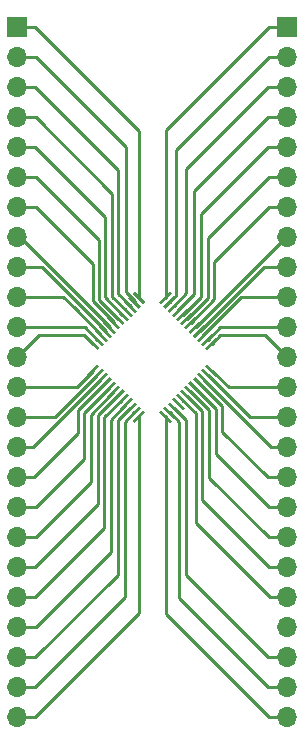
<source format=gbr>
G04 #@! TF.GenerationSoftware,KiCad,Pcbnew,(5.0.0-3-g5ebb6b6)*
G04 #@! TF.CreationDate,2018-07-29T14:18:39+10:00*
G04 #@! TF.ProjectId,ETE006-CM119B-Breatout,4554453030362D434D313139422D4272,1*
G04 #@! TF.SameCoordinates,Original*
G04 #@! TF.FileFunction,Copper,L1,Top,Signal*
G04 #@! TF.FilePolarity,Positive*
%FSLAX46Y46*%
G04 Gerber Fmt 4.6, Leading zero omitted, Abs format (unit mm)*
G04 Created by KiCad (PCBNEW (5.0.0-3-g5ebb6b6)) date Sunday, 29 July 2018 at 02:18:39 PM*
%MOMM*%
%LPD*%
G01*
G04 APERTURE LIST*
G04 #@! TA.AperFunction,ComponentPad*
%ADD10R,1.700000X1.700000*%
G04 #@! TD*
G04 #@! TA.AperFunction,ComponentPad*
%ADD11O,1.700000X1.700000*%
G04 #@! TD*
G04 #@! TA.AperFunction,SMDPad,CuDef*
%ADD12C,0.250000*%
G04 #@! TD*
G04 #@! TA.AperFunction,Conductor*
%ADD13C,0.100000*%
G04 #@! TD*
G04 #@! TA.AperFunction,Conductor*
%ADD14C,0.250000*%
G04 #@! TD*
G04 APERTURE END LIST*
D10*
G04 #@! TO.P,J1,1*
G04 #@! TO.N,SPDIFO*
X117933224Y-82578949D03*
D11*
G04 #@! TO.P,J1,2*
G04 #@! TO.N,D_IN*
X117933224Y-85118949D03*
G04 #@! TO.P,J1,3*
G04 #@! TO.N,D_OUT*
X117933224Y-87658949D03*
G04 #@! TO.P,J1,4*
G04 #@! TO.N,SK*
X117933224Y-90198949D03*
G04 #@! TO.P,J1,5*
G04 #@! TO.N,~CS*
X117933224Y-92738949D03*
G04 #@! TO.P,J1,6*
G04 #@! TO.N,MUTE_REC*
X117933224Y-95278949D03*
G04 #@! TO.P,J1,7*
G04 #@! TO.N,PWRSEL*
X117933224Y-97818949D03*
G04 #@! TO.P,J1,8*
G04 #@! TO.N,DREG18*
X117933224Y-100358949D03*
G04 #@! TO.P,J1,9*
G04 #@! TO.N,DREG33*
X117933224Y-102898949D03*
G04 #@! TO.P,J1,10*
G04 #@! TO.N,MODE*
X117933224Y-105438949D03*
G04 #@! TO.P,J1,11*
G04 #@! TO.N,GPIO2*
X117933224Y-107978949D03*
G04 #@! TO.P,J1,12*
G04 #@! TO.N,LED_O*
X117933224Y-110518949D03*
G04 #@! TO.P,J1,13*
G04 #@! TO.N,GPIO3*
X117933224Y-113058949D03*
G04 #@! TO.P,J1,14*
G04 #@! TO.N,DVSS_1*
X117933224Y-115598949D03*
G04 #@! TO.P,J1,15*
G04 #@! TO.N,GPIO4*
X117933224Y-118138949D03*
G04 #@! TO.P,J1,16*
G04 #@! TO.N,GPIO5*
X117933224Y-120678949D03*
G04 #@! TO.P,J1,17*
G04 #@! TO.N,GPIO6*
X117933224Y-123218949D03*
G04 #@! TO.P,J1,18*
G04 #@! TO.N,MUTE_PLAY*
X117933224Y-125758949D03*
G04 #@! TO.P,J1,19*
G04 #@! TO.N,BUZZ*
X117933224Y-128298949D03*
G04 #@! TO.P,J1,20*
G04 #@! TO.N,GPIO7*
X117933224Y-130838949D03*
G04 #@! TO.P,J1,21*
G04 #@! TO.N,LED_R*
X117933224Y-133378949D03*
G04 #@! TO.P,J1,22*
G04 #@! TO.N,GPIO8*
X117933224Y-135918949D03*
G04 #@! TO.P,J1,23*
G04 #@! TO.N,TEST*
X117933224Y-138458949D03*
G04 #@! TO.P,J1,24*
G04 #@! TO.N,AVSS_1*
X117933224Y-140998949D03*
G04 #@! TD*
G04 #@! TO.P,J2,24*
G04 #@! TO.N,VBIAS*
X140793224Y-140998949D03*
G04 #@! TO.P,J2,23*
G04 #@! TO.N,VREF*
X140793224Y-138458949D03*
G04 #@! TO.P,J2,22*
G04 #@! TO.N,MIC_IN*
X140793224Y-135918949D03*
G04 #@! TO.P,J2,21*
G04 #@! TO.N,Net-(J2-Pad21)*
X140793224Y-133378949D03*
G04 #@! TO.P,J2,20*
G04 #@! TO.N,AVDD_2*
X140793224Y-130838949D03*
G04 #@! TO.P,J2,19*
G04 #@! TO.N,LO_LEFT*
X140793224Y-128298949D03*
G04 #@! TO.P,J2,18*
G04 #@! TO.N,LO_BIAS*
X140793224Y-125758949D03*
G04 #@! TO.P,J2,17*
G04 #@! TO.N,LO_RIGHT*
X140793224Y-123218949D03*
G04 #@! TO.P,J2,16*
G04 #@! TO.N,AVSS_2*
X140793224Y-120678949D03*
G04 #@! TO.P,J2,15*
G04 #@! TO.N,AVDD_1*
X140793224Y-118138949D03*
G04 #@! TO.P,J2,14*
G04 #@! TO.N,DVDD*
X140793224Y-115598949D03*
G04 #@! TO.P,J2,13*
G04 #@! TO.N,DVSS_2*
X140793224Y-113058949D03*
G04 #@! TO.P,J2,12*
G04 #@! TO.N,AREG36*
X140793224Y-110518949D03*
G04 #@! TO.P,J2,11*
G04 #@! TO.N,MSEL*
X140793224Y-107978949D03*
G04 #@! TO.P,J2,10*
G04 #@! TO.N,VOL_UP*
X140793224Y-105438949D03*
G04 #@! TO.P,J2,9*
G04 #@! TO.N,PDSW*
X140793224Y-102898949D03*
G04 #@! TO.P,J2,8*
G04 #@! TO.N,USB_D+*
X140793224Y-100358949D03*
G04 #@! TO.P,J2,7*
G04 #@! TO.N,USB_D-*
X140793224Y-97818949D03*
G04 #@! TO.P,J2,6*
G04 #@! TO.N,GPIO1*
X140793224Y-95278949D03*
G04 #@! TO.P,J2,5*
G04 #@! TO.N,SCLK*
X140793224Y-92738949D03*
G04 #@! TO.P,J2,4*
G04 #@! TO.N,MINT*
X140793224Y-90198949D03*
G04 #@! TO.P,J2,3*
G04 #@! TO.N,SDAT*
X140793224Y-87658949D03*
G04 #@! TO.P,J2,2*
G04 #@! TO.N,MCLK*
X140793224Y-85118949D03*
D10*
G04 #@! TO.P,J2,1*
G04 #@! TO.N,VOL_DN*
X140793224Y-82578949D03*
G04 #@! TD*
D12*
G04 #@! TO.P,U1,1*
G04 #@! TO.N,SPDIFO*
X128231853Y-105498491D03*
D13*
G04 #@! TD*
G04 #@! TO.N,SPDIFO*
G04 #@! TO.C,U1*
G36*
X127683845Y-105127260D02*
X127860622Y-104950483D01*
X128779861Y-105869722D01*
X128603084Y-106046499D01*
X127683845Y-105127260D01*
X127683845Y-105127260D01*
G37*
D12*
G04 #@! TO.P,U1,2*
G04 #@! TO.N,D_IN*
X127878300Y-105852044D03*
D13*
G04 #@! TD*
G04 #@! TO.N,D_IN*
G04 #@! TO.C,U1*
G36*
X127330292Y-105480813D02*
X127507069Y-105304036D01*
X128426308Y-106223275D01*
X128249531Y-106400052D01*
X127330292Y-105480813D01*
X127330292Y-105480813D01*
G37*
D12*
G04 #@! TO.P,U1,3*
G04 #@! TO.N,D_OUT*
X127524746Y-106205598D03*
D13*
G04 #@! TD*
G04 #@! TO.N,D_OUT*
G04 #@! TO.C,U1*
G36*
X126976738Y-105834367D02*
X127153515Y-105657590D01*
X128072754Y-106576829D01*
X127895977Y-106753606D01*
X126976738Y-105834367D01*
X126976738Y-105834367D01*
G37*
D12*
G04 #@! TO.P,U1,4*
G04 #@! TO.N,SK*
X127171193Y-106559151D03*
D13*
G04 #@! TD*
G04 #@! TO.N,SK*
G04 #@! TO.C,U1*
G36*
X126623185Y-106187920D02*
X126799962Y-106011143D01*
X127719201Y-106930382D01*
X127542424Y-107107159D01*
X126623185Y-106187920D01*
X126623185Y-106187920D01*
G37*
D12*
G04 #@! TO.P,U1,5*
G04 #@! TO.N,~CS*
X126817640Y-106912704D03*
D13*
G04 #@! TD*
G04 #@! TO.N,~CS*
G04 #@! TO.C,U1*
G36*
X126269632Y-106541473D02*
X126446409Y-106364696D01*
X127365648Y-107283935D01*
X127188871Y-107460712D01*
X126269632Y-106541473D01*
X126269632Y-106541473D01*
G37*
D12*
G04 #@! TO.P,U1,6*
G04 #@! TO.N,MUTE_REC*
X126464086Y-107266258D03*
D13*
G04 #@! TD*
G04 #@! TO.N,MUTE_REC*
G04 #@! TO.C,U1*
G36*
X125916078Y-106895027D02*
X126092855Y-106718250D01*
X127012094Y-107637489D01*
X126835317Y-107814266D01*
X125916078Y-106895027D01*
X125916078Y-106895027D01*
G37*
D12*
G04 #@! TO.P,U1,7*
G04 #@! TO.N,PWRSEL*
X126110533Y-107619811D03*
D13*
G04 #@! TD*
G04 #@! TO.N,PWRSEL*
G04 #@! TO.C,U1*
G36*
X125562525Y-107248580D02*
X125739302Y-107071803D01*
X126658541Y-107991042D01*
X126481764Y-108167819D01*
X125562525Y-107248580D01*
X125562525Y-107248580D01*
G37*
D12*
G04 #@! TO.P,U1,8*
G04 #@! TO.N,DREG18*
X125756979Y-107973365D03*
D13*
G04 #@! TD*
G04 #@! TO.N,DREG18*
G04 #@! TO.C,U1*
G36*
X125208971Y-107602134D02*
X125385748Y-107425357D01*
X126304987Y-108344596D01*
X126128210Y-108521373D01*
X125208971Y-107602134D01*
X125208971Y-107602134D01*
G37*
D12*
G04 #@! TO.P,U1,9*
G04 #@! TO.N,DREG33*
X125403426Y-108326918D03*
D13*
G04 #@! TD*
G04 #@! TO.N,DREG33*
G04 #@! TO.C,U1*
G36*
X124855418Y-107955687D02*
X125032195Y-107778910D01*
X125951434Y-108698149D01*
X125774657Y-108874926D01*
X124855418Y-107955687D01*
X124855418Y-107955687D01*
G37*
D12*
G04 #@! TO.P,U1,10*
G04 #@! TO.N,MODE*
X125049873Y-108680471D03*
D13*
G04 #@! TD*
G04 #@! TO.N,MODE*
G04 #@! TO.C,U1*
G36*
X124501865Y-108309240D02*
X124678642Y-108132463D01*
X125597881Y-109051702D01*
X125421104Y-109228479D01*
X124501865Y-108309240D01*
X124501865Y-108309240D01*
G37*
D12*
G04 #@! TO.P,U1,11*
G04 #@! TO.N,GPIO2*
X124696319Y-109034025D03*
D13*
G04 #@! TD*
G04 #@! TO.N,GPIO2*
G04 #@! TO.C,U1*
G36*
X124148311Y-108662794D02*
X124325088Y-108486017D01*
X125244327Y-109405256D01*
X125067550Y-109582033D01*
X124148311Y-108662794D01*
X124148311Y-108662794D01*
G37*
D12*
G04 #@! TO.P,U1,12*
G04 #@! TO.N,LED_O*
X124342766Y-109387578D03*
D13*
G04 #@! TD*
G04 #@! TO.N,LED_O*
G04 #@! TO.C,U1*
G36*
X123794758Y-109016347D02*
X123971535Y-108839570D01*
X124890774Y-109758809D01*
X124713997Y-109935586D01*
X123794758Y-109016347D01*
X123794758Y-109016347D01*
G37*
D12*
G04 #@! TO.P,U1,13*
G04 #@! TO.N,GPIO3*
X124342766Y-111650320D03*
D13*
G04 #@! TD*
G04 #@! TO.N,GPIO3*
G04 #@! TO.C,U1*
G36*
X123971535Y-112198328D02*
X123794758Y-112021551D01*
X124713997Y-111102312D01*
X124890774Y-111279089D01*
X123971535Y-112198328D01*
X123971535Y-112198328D01*
G37*
D12*
G04 #@! TO.P,U1,14*
G04 #@! TO.N,DVSS_1*
X124696319Y-112003873D03*
D13*
G04 #@! TD*
G04 #@! TO.N,DVSS_1*
G04 #@! TO.C,U1*
G36*
X124325088Y-112551881D02*
X124148311Y-112375104D01*
X125067550Y-111455865D01*
X125244327Y-111632642D01*
X124325088Y-112551881D01*
X124325088Y-112551881D01*
G37*
D12*
G04 #@! TO.P,U1,15*
G04 #@! TO.N,GPIO4*
X125049873Y-112357427D03*
D13*
G04 #@! TD*
G04 #@! TO.N,GPIO4*
G04 #@! TO.C,U1*
G36*
X124678642Y-112905435D02*
X124501865Y-112728658D01*
X125421104Y-111809419D01*
X125597881Y-111986196D01*
X124678642Y-112905435D01*
X124678642Y-112905435D01*
G37*
D12*
G04 #@! TO.P,U1,16*
G04 #@! TO.N,GPIO5*
X125403426Y-112710980D03*
D13*
G04 #@! TD*
G04 #@! TO.N,GPIO5*
G04 #@! TO.C,U1*
G36*
X125032195Y-113258988D02*
X124855418Y-113082211D01*
X125774657Y-112162972D01*
X125951434Y-112339749D01*
X125032195Y-113258988D01*
X125032195Y-113258988D01*
G37*
D12*
G04 #@! TO.P,U1,17*
G04 #@! TO.N,GPIO6*
X125756979Y-113064533D03*
D13*
G04 #@! TD*
G04 #@! TO.N,GPIO6*
G04 #@! TO.C,U1*
G36*
X125385748Y-113612541D02*
X125208971Y-113435764D01*
X126128210Y-112516525D01*
X126304987Y-112693302D01*
X125385748Y-113612541D01*
X125385748Y-113612541D01*
G37*
D12*
G04 #@! TO.P,U1,18*
G04 #@! TO.N,MUTE_PLAY*
X126110533Y-113418087D03*
D13*
G04 #@! TD*
G04 #@! TO.N,MUTE_PLAY*
G04 #@! TO.C,U1*
G36*
X125739302Y-113966095D02*
X125562525Y-113789318D01*
X126481764Y-112870079D01*
X126658541Y-113046856D01*
X125739302Y-113966095D01*
X125739302Y-113966095D01*
G37*
D12*
G04 #@! TO.P,U1,19*
G04 #@! TO.N,BUZZ*
X126464086Y-113771640D03*
D13*
G04 #@! TD*
G04 #@! TO.N,BUZZ*
G04 #@! TO.C,U1*
G36*
X126092855Y-114319648D02*
X125916078Y-114142871D01*
X126835317Y-113223632D01*
X127012094Y-113400409D01*
X126092855Y-114319648D01*
X126092855Y-114319648D01*
G37*
D12*
G04 #@! TO.P,U1,20*
G04 #@! TO.N,GPIO7*
X126817640Y-114125194D03*
D13*
G04 #@! TD*
G04 #@! TO.N,GPIO7*
G04 #@! TO.C,U1*
G36*
X126446409Y-114673202D02*
X126269632Y-114496425D01*
X127188871Y-113577186D01*
X127365648Y-113753963D01*
X126446409Y-114673202D01*
X126446409Y-114673202D01*
G37*
D12*
G04 #@! TO.P,U1,21*
G04 #@! TO.N,LED_R*
X127171193Y-114478747D03*
D13*
G04 #@! TD*
G04 #@! TO.N,LED_R*
G04 #@! TO.C,U1*
G36*
X126799962Y-115026755D02*
X126623185Y-114849978D01*
X127542424Y-113930739D01*
X127719201Y-114107516D01*
X126799962Y-115026755D01*
X126799962Y-115026755D01*
G37*
D12*
G04 #@! TO.P,U1,22*
G04 #@! TO.N,GPIO8*
X127524746Y-114832300D03*
D13*
G04 #@! TD*
G04 #@! TO.N,GPIO8*
G04 #@! TO.C,U1*
G36*
X127153515Y-115380308D02*
X126976738Y-115203531D01*
X127895977Y-114284292D01*
X128072754Y-114461069D01*
X127153515Y-115380308D01*
X127153515Y-115380308D01*
G37*
D12*
G04 #@! TO.P,U1,23*
G04 #@! TO.N,TEST*
X127878300Y-115185854D03*
D13*
G04 #@! TD*
G04 #@! TO.N,TEST*
G04 #@! TO.C,U1*
G36*
X127507069Y-115733862D02*
X127330292Y-115557085D01*
X128249531Y-114637846D01*
X128426308Y-114814623D01*
X127507069Y-115733862D01*
X127507069Y-115733862D01*
G37*
D12*
G04 #@! TO.P,U1,24*
G04 #@! TO.N,AVSS_1*
X128231853Y-115539407D03*
D13*
G04 #@! TD*
G04 #@! TO.N,AVSS_1*
G04 #@! TO.C,U1*
G36*
X127860622Y-116087415D02*
X127683845Y-115910638D01*
X128603084Y-114991399D01*
X128779861Y-115168176D01*
X127860622Y-116087415D01*
X127860622Y-116087415D01*
G37*
D12*
G04 #@! TO.P,U1,25*
G04 #@! TO.N,VBIAS*
X130494595Y-115539407D03*
D13*
G04 #@! TD*
G04 #@! TO.N,VBIAS*
G04 #@! TO.C,U1*
G36*
X129946587Y-115168176D02*
X130123364Y-114991399D01*
X131042603Y-115910638D01*
X130865826Y-116087415D01*
X129946587Y-115168176D01*
X129946587Y-115168176D01*
G37*
D12*
G04 #@! TO.P,U1,26*
G04 #@! TO.N,VREF*
X130848148Y-115185854D03*
D13*
G04 #@! TD*
G04 #@! TO.N,VREF*
G04 #@! TO.C,U1*
G36*
X130300140Y-114814623D02*
X130476917Y-114637846D01*
X131396156Y-115557085D01*
X131219379Y-115733862D01*
X130300140Y-114814623D01*
X130300140Y-114814623D01*
G37*
D12*
G04 #@! TO.P,U1,27*
G04 #@! TO.N,MIC_IN*
X131201702Y-114832300D03*
D13*
G04 #@! TD*
G04 #@! TO.N,MIC_IN*
G04 #@! TO.C,U1*
G36*
X130653694Y-114461069D02*
X130830471Y-114284292D01*
X131749710Y-115203531D01*
X131572933Y-115380308D01*
X130653694Y-114461069D01*
X130653694Y-114461069D01*
G37*
D12*
G04 #@! TO.P,U1,28*
G04 #@! TO.N,Net-(U1-Pad28)*
X131555255Y-114478747D03*
D13*
G04 #@! TD*
G04 #@! TO.N,Net-(U1-Pad28)*
G04 #@! TO.C,U1*
G36*
X131007247Y-114107516D02*
X131184024Y-113930739D01*
X132103263Y-114849978D01*
X131926486Y-115026755D01*
X131007247Y-114107516D01*
X131007247Y-114107516D01*
G37*
D12*
G04 #@! TO.P,U1,29*
G04 #@! TO.N,AVDD_2*
X131908808Y-114125194D03*
D13*
G04 #@! TD*
G04 #@! TO.N,AVDD_2*
G04 #@! TO.C,U1*
G36*
X131360800Y-113753963D02*
X131537577Y-113577186D01*
X132456816Y-114496425D01*
X132280039Y-114673202D01*
X131360800Y-113753963D01*
X131360800Y-113753963D01*
G37*
D12*
G04 #@! TO.P,U1,30*
G04 #@! TO.N,LO_LEFT*
X132262362Y-113771640D03*
D13*
G04 #@! TD*
G04 #@! TO.N,LO_LEFT*
G04 #@! TO.C,U1*
G36*
X131714354Y-113400409D02*
X131891131Y-113223632D01*
X132810370Y-114142871D01*
X132633593Y-114319648D01*
X131714354Y-113400409D01*
X131714354Y-113400409D01*
G37*
D12*
G04 #@! TO.P,U1,31*
G04 #@! TO.N,LO_BIAS*
X132615915Y-113418087D03*
D13*
G04 #@! TD*
G04 #@! TO.N,LO_BIAS*
G04 #@! TO.C,U1*
G36*
X132067907Y-113046856D02*
X132244684Y-112870079D01*
X133163923Y-113789318D01*
X132987146Y-113966095D01*
X132067907Y-113046856D01*
X132067907Y-113046856D01*
G37*
D12*
G04 #@! TO.P,U1,32*
G04 #@! TO.N,LO_RIGHT*
X132969469Y-113064533D03*
D13*
G04 #@! TD*
G04 #@! TO.N,LO_RIGHT*
G04 #@! TO.C,U1*
G36*
X132421461Y-112693302D02*
X132598238Y-112516525D01*
X133517477Y-113435764D01*
X133340700Y-113612541D01*
X132421461Y-112693302D01*
X132421461Y-112693302D01*
G37*
D12*
G04 #@! TO.P,U1,33*
G04 #@! TO.N,AVSS_2*
X133323022Y-112710980D03*
D13*
G04 #@! TD*
G04 #@! TO.N,AVSS_2*
G04 #@! TO.C,U1*
G36*
X132775014Y-112339749D02*
X132951791Y-112162972D01*
X133871030Y-113082211D01*
X133694253Y-113258988D01*
X132775014Y-112339749D01*
X132775014Y-112339749D01*
G37*
D12*
G04 #@! TO.P,U1,34*
G04 #@! TO.N,AVDD_1*
X133676575Y-112357427D03*
D13*
G04 #@! TD*
G04 #@! TO.N,AVDD_1*
G04 #@! TO.C,U1*
G36*
X133128567Y-111986196D02*
X133305344Y-111809419D01*
X134224583Y-112728658D01*
X134047806Y-112905435D01*
X133128567Y-111986196D01*
X133128567Y-111986196D01*
G37*
D12*
G04 #@! TO.P,U1,35*
G04 #@! TO.N,DVDD*
X134030129Y-112003873D03*
D13*
G04 #@! TD*
G04 #@! TO.N,DVDD*
G04 #@! TO.C,U1*
G36*
X133482121Y-111632642D02*
X133658898Y-111455865D01*
X134578137Y-112375104D01*
X134401360Y-112551881D01*
X133482121Y-111632642D01*
X133482121Y-111632642D01*
G37*
D12*
G04 #@! TO.P,U1,36*
G04 #@! TO.N,DVSS_2*
X134383682Y-111650320D03*
D13*
G04 #@! TD*
G04 #@! TO.N,DVSS_2*
G04 #@! TO.C,U1*
G36*
X133835674Y-111279089D02*
X134012451Y-111102312D01*
X134931690Y-112021551D01*
X134754913Y-112198328D01*
X133835674Y-111279089D01*
X133835674Y-111279089D01*
G37*
D12*
G04 #@! TO.P,U1,37*
G04 #@! TO.N,AREG36*
X134383682Y-109387578D03*
D13*
G04 #@! TD*
G04 #@! TO.N,AREG36*
G04 #@! TO.C,U1*
G36*
X134012451Y-109935586D02*
X133835674Y-109758809D01*
X134754913Y-108839570D01*
X134931690Y-109016347D01*
X134012451Y-109935586D01*
X134012451Y-109935586D01*
G37*
D12*
G04 #@! TO.P,U1,38*
G04 #@! TO.N,MSEL*
X134030129Y-109034025D03*
D13*
G04 #@! TD*
G04 #@! TO.N,MSEL*
G04 #@! TO.C,U1*
G36*
X133658898Y-109582033D02*
X133482121Y-109405256D01*
X134401360Y-108486017D01*
X134578137Y-108662794D01*
X133658898Y-109582033D01*
X133658898Y-109582033D01*
G37*
D12*
G04 #@! TO.P,U1,39*
G04 #@! TO.N,VOL_UP*
X133676575Y-108680471D03*
D13*
G04 #@! TD*
G04 #@! TO.N,VOL_UP*
G04 #@! TO.C,U1*
G36*
X133305344Y-109228479D02*
X133128567Y-109051702D01*
X134047806Y-108132463D01*
X134224583Y-108309240D01*
X133305344Y-109228479D01*
X133305344Y-109228479D01*
G37*
D12*
G04 #@! TO.P,U1,40*
G04 #@! TO.N,PDSW*
X133323022Y-108326918D03*
D13*
G04 #@! TD*
G04 #@! TO.N,PDSW*
G04 #@! TO.C,U1*
G36*
X132951791Y-108874926D02*
X132775014Y-108698149D01*
X133694253Y-107778910D01*
X133871030Y-107955687D01*
X132951791Y-108874926D01*
X132951791Y-108874926D01*
G37*
D12*
G04 #@! TO.P,U1,41*
G04 #@! TO.N,USB_D+*
X132969469Y-107973365D03*
D13*
G04 #@! TD*
G04 #@! TO.N,USB_D+*
G04 #@! TO.C,U1*
G36*
X132598238Y-108521373D02*
X132421461Y-108344596D01*
X133340700Y-107425357D01*
X133517477Y-107602134D01*
X132598238Y-108521373D01*
X132598238Y-108521373D01*
G37*
D12*
G04 #@! TO.P,U1,42*
G04 #@! TO.N,USB_D-*
X132615915Y-107619811D03*
D13*
G04 #@! TD*
G04 #@! TO.N,USB_D-*
G04 #@! TO.C,U1*
G36*
X132244684Y-108167819D02*
X132067907Y-107991042D01*
X132987146Y-107071803D01*
X133163923Y-107248580D01*
X132244684Y-108167819D01*
X132244684Y-108167819D01*
G37*
D12*
G04 #@! TO.P,U1,43*
G04 #@! TO.N,GPIO1*
X132262362Y-107266258D03*
D13*
G04 #@! TD*
G04 #@! TO.N,GPIO1*
G04 #@! TO.C,U1*
G36*
X131891131Y-107814266D02*
X131714354Y-107637489D01*
X132633593Y-106718250D01*
X132810370Y-106895027D01*
X131891131Y-107814266D01*
X131891131Y-107814266D01*
G37*
D12*
G04 #@! TO.P,U1,44*
G04 #@! TO.N,SCLK*
X131908808Y-106912704D03*
D13*
G04 #@! TD*
G04 #@! TO.N,SCLK*
G04 #@! TO.C,U1*
G36*
X131537577Y-107460712D02*
X131360800Y-107283935D01*
X132280039Y-106364696D01*
X132456816Y-106541473D01*
X131537577Y-107460712D01*
X131537577Y-107460712D01*
G37*
D12*
G04 #@! TO.P,U1,45*
G04 #@! TO.N,MINT*
X131555255Y-106559151D03*
D13*
G04 #@! TD*
G04 #@! TO.N,MINT*
G04 #@! TO.C,U1*
G36*
X131184024Y-107107159D02*
X131007247Y-106930382D01*
X131926486Y-106011143D01*
X132103263Y-106187920D01*
X131184024Y-107107159D01*
X131184024Y-107107159D01*
G37*
D12*
G04 #@! TO.P,U1,46*
G04 #@! TO.N,SDAT*
X131201702Y-106205598D03*
D13*
G04 #@! TD*
G04 #@! TO.N,SDAT*
G04 #@! TO.C,U1*
G36*
X130830471Y-106753606D02*
X130653694Y-106576829D01*
X131572933Y-105657590D01*
X131749710Y-105834367D01*
X130830471Y-106753606D01*
X130830471Y-106753606D01*
G37*
D12*
G04 #@! TO.P,U1,47*
G04 #@! TO.N,MCLK*
X130848148Y-105852044D03*
D13*
G04 #@! TD*
G04 #@! TO.N,MCLK*
G04 #@! TO.C,U1*
G36*
X130476917Y-106400052D02*
X130300140Y-106223275D01*
X131219379Y-105304036D01*
X131396156Y-105480813D01*
X130476917Y-106400052D01*
X130476917Y-106400052D01*
G37*
D12*
G04 #@! TO.P,U1,48*
G04 #@! TO.N,VOL_DN*
X130494595Y-105498491D03*
D13*
G04 #@! TD*
G04 #@! TO.N,VOL_DN*
G04 #@! TO.C,U1*
G36*
X130123364Y-106046499D02*
X129946587Y-105869722D01*
X130865826Y-104950483D01*
X131042603Y-105127260D01*
X130123364Y-106046499D01*
X130123364Y-106046499D01*
G37*
D14*
G04 #@! TO.N,SPDIFO*
X119431849Y-82578949D02*
X117933224Y-82578949D01*
X128231853Y-91378953D02*
X119431849Y-82578949D01*
X128231853Y-105498491D02*
X128231853Y-91378953D01*
G04 #@! TO.N,D_IN*
X119480109Y-85118949D02*
X117933224Y-85118949D01*
X127112020Y-92750860D02*
X119480109Y-85118949D01*
X127112020Y-105029220D02*
X127112020Y-92750860D01*
X127878300Y-105795500D02*
X127112020Y-105029220D01*
X127878300Y-105852044D02*
X127878300Y-105795500D01*
G04 #@! TO.N,D_OUT*
X119449629Y-87658949D02*
X117933224Y-87658949D01*
X126499880Y-94709200D02*
X119449629Y-87658949D01*
X127524746Y-106196326D02*
X126499880Y-105171460D01*
X126499880Y-105171460D02*
X126499880Y-94709200D01*
X127524746Y-106205598D02*
X127524746Y-106196326D01*
G04 #@! TO.N,SK*
X117950215Y-90215940D02*
X117933224Y-90198949D01*
X119481860Y-90215940D02*
X117950215Y-90215940D01*
X125981720Y-96715800D02*
X119481860Y-90215940D01*
X125981720Y-105405140D02*
X125981720Y-96715800D01*
X127135731Y-106559151D02*
X125981720Y-105405140D01*
X127171193Y-106559151D02*
X127135731Y-106559151D01*
G04 #@! TO.N,~CS*
X119439469Y-92738949D02*
X117933224Y-92738949D01*
X125369580Y-98669060D02*
X119439469Y-92738949D01*
X126817640Y-106904000D02*
X125369580Y-105455940D01*
X125369580Y-105455940D02*
X125369580Y-98669060D01*
X126817640Y-106912704D02*
X126817640Y-106904000D01*
G04 #@! TO.N,MUTE_REC*
X119530909Y-95278949D02*
X117933224Y-95278949D01*
X124851420Y-100599460D02*
X119530909Y-95278949D01*
X124851420Y-105641360D02*
X124851420Y-100599460D01*
X126464086Y-107254026D02*
X124851420Y-105641360D01*
X126464086Y-107266258D02*
X126464086Y-107254026D01*
G04 #@! TO.N,PWRSEL*
X119523289Y-97818949D02*
X117933224Y-97818949D01*
X124333260Y-102628920D02*
X119523289Y-97818949D01*
X124333260Y-105786140D02*
X124333260Y-102628920D01*
X126110533Y-107563413D02*
X124333260Y-105786140D01*
X126110533Y-107619811D02*
X126110533Y-107563413D01*
G04 #@! TO.N,DREG18*
X118154229Y-100358949D02*
X117933224Y-100358949D01*
X125756979Y-107961699D02*
X118154229Y-100358949D01*
X125756979Y-107973365D02*
X125756979Y-107961699D01*
G04 #@! TO.N,DREG33*
X119990649Y-102898949D02*
X117933224Y-102898949D01*
X125403426Y-108311726D02*
X119990649Y-102898949D01*
X125403426Y-108326918D02*
X125403426Y-108311726D01*
G04 #@! TO.N,MODE*
X121829609Y-105438949D02*
X117933224Y-105438949D01*
X122778780Y-106388120D02*
X121829609Y-105438949D01*
X125049873Y-108661753D02*
X122778780Y-106390660D01*
X122778780Y-106390660D02*
X122778780Y-106388120D01*
X125049873Y-108680471D02*
X125049873Y-108661753D01*
G04 #@! TO.N,GPIO2*
X124696319Y-109034025D02*
X124683005Y-109034025D01*
X123627929Y-107978949D02*
X117933224Y-107978949D01*
X124683005Y-109034025D02*
X123627929Y-107978949D01*
G04 #@! TO.N,LED_O*
X119803453Y-108648720D02*
X117933224Y-110518949D01*
X123603908Y-108648720D02*
X119803453Y-108648720D01*
X124342766Y-109387578D02*
X123603908Y-108648720D01*
G04 #@! TO.N,GPIO3*
X117934013Y-113058160D02*
X117933224Y-113058949D01*
X122994680Y-113058160D02*
X117934013Y-113058160D01*
X124342766Y-111710074D02*
X122994680Y-113058160D01*
X124342766Y-111650320D02*
X124342766Y-111710074D01*
G04 #@! TO.N,DVSS_1*
X121126991Y-115598949D02*
X117933224Y-115598949D01*
X123164860Y-113561080D02*
X121126991Y-115598949D01*
X123164860Y-113530600D02*
X123164860Y-113561080D01*
X124691587Y-112003873D02*
X123164860Y-113530600D01*
X124696319Y-112003873D02*
X124691587Y-112003873D01*
G04 #@! TO.N,GPIO4*
X125049873Y-112357427D02*
X125049873Y-112361867D01*
X119272791Y-118138949D02*
X117933224Y-118138949D01*
X125049873Y-112361867D02*
X119272791Y-118138949D01*
G04 #@! TO.N,GPIO5*
X119371851Y-120678949D02*
X117933224Y-120678949D01*
X123098820Y-116951980D02*
X119371851Y-120678949D01*
X123098820Y-114978400D02*
X123098820Y-116951980D01*
X125366240Y-112710980D02*
X123098820Y-114978400D01*
X125403426Y-112710980D02*
X125366240Y-112710980D01*
G04 #@! TO.N,GPIO6*
X119536951Y-123218949D02*
X117933224Y-123218949D01*
X123591580Y-119164320D02*
X119536951Y-123218949D01*
X123591580Y-115229860D02*
X123591580Y-119164320D01*
X125756907Y-113064533D02*
X123591580Y-115229860D01*
X125756979Y-113064533D02*
X125756907Y-113064533D01*
G04 #@! TO.N,MUTE_PLAY*
X119491231Y-125758949D02*
X117933224Y-125758949D01*
X124132600Y-121117580D02*
X119491231Y-125758949D01*
X124132600Y-115379720D02*
X124132600Y-121117580D01*
X126094233Y-113418087D02*
X124132600Y-115379720D01*
X126110533Y-113418087D02*
X126094233Y-113418087D01*
G04 #@! TO.N,BUZZ*
X124795540Y-122954000D02*
X119450591Y-128298949D01*
X124795540Y-115387340D02*
X124795540Y-122954000D01*
X126411240Y-113771640D02*
X124795540Y-115387340D01*
X119450591Y-128298949D02*
X117933224Y-128298949D01*
X126464086Y-113771640D02*
X126411240Y-113771640D01*
G04 #@! TO.N,GPIO7*
X119448051Y-130838949D02*
X117933224Y-130838949D01*
X125295920Y-115595620D02*
X125295920Y-124991080D01*
X125295920Y-124991080D02*
X119448051Y-130838949D01*
X126766346Y-114125194D02*
X125295920Y-115595620D01*
X126817640Y-114125194D02*
X126766346Y-114125194D01*
G04 #@! TO.N,LED_R*
X125836940Y-115798820D02*
X125836940Y-127028160D01*
X127157013Y-114478747D02*
X125836940Y-115798820D01*
X119486151Y-133378949D02*
X117933224Y-133378949D01*
X125836940Y-127028160D02*
X119486151Y-133378949D01*
X127171193Y-114478747D02*
X127157013Y-114478747D01*
G04 #@! TO.N,GPIO8*
X119445511Y-135918949D02*
X117933224Y-135918949D01*
X126446611Y-128917849D02*
X119445511Y-135918949D01*
X126446611Y-115862249D02*
X126446611Y-128917849D01*
X127476560Y-114832300D02*
X126446611Y-115862249D01*
X127524746Y-114832300D02*
X127476560Y-114832300D01*
G04 #@! TO.N,TEST*
X119442971Y-138458949D02*
X117933224Y-138458949D01*
X127040900Y-130861020D02*
X119442971Y-138458949D01*
X127040900Y-115976620D02*
X127040900Y-130861020D01*
X127831666Y-115185854D02*
X127040900Y-115976620D01*
X127878300Y-115185854D02*
X127831666Y-115185854D01*
G04 #@! TO.N,AVSS_1*
X119440431Y-140998949D02*
X117933224Y-140998949D01*
X128231853Y-132207527D02*
X119440431Y-140998949D01*
X128231853Y-115539407D02*
X128231853Y-132207527D01*
G04 #@! TO.N,VBIAS*
X139236229Y-140998949D02*
X140793224Y-140998949D01*
X130494595Y-132257315D02*
X139236229Y-140998949D01*
X130494595Y-115539407D02*
X130494595Y-132257315D01*
G04 #@! TO.N,VREF*
X139187969Y-138458949D02*
X140793224Y-138458949D01*
X131633220Y-130904200D02*
X139187969Y-138458949D01*
X131633220Y-115981700D02*
X131633220Y-130904200D01*
X130848148Y-115196628D02*
X131633220Y-115981700D01*
X130848148Y-115185854D02*
X130848148Y-115196628D01*
G04 #@! TO.N,MIC_IN*
X132250440Y-128991580D02*
X139177809Y-135918949D01*
X132250440Y-115847080D02*
X132250440Y-128991580D01*
X139177809Y-135918949D02*
X140793224Y-135918949D01*
X131235660Y-114832300D02*
X132250440Y-115847080D01*
X131201702Y-114832300D02*
X131235660Y-114832300D01*
G04 #@! TO.N,AVDD_2*
X139320049Y-130838949D02*
X140793224Y-130838949D01*
X133065780Y-124584680D02*
X139320049Y-130838949D01*
X133065780Y-115283200D02*
X133065780Y-124584680D01*
X131908808Y-114126228D02*
X133065780Y-115283200D01*
X131908808Y-114125194D02*
X131908808Y-114126228D01*
G04 #@! TO.N,LO_LEFT*
X139261629Y-128298949D02*
X140793224Y-128298949D01*
X133596062Y-122633382D02*
X139261629Y-128298949D01*
X133596062Y-115081962D02*
X133596062Y-122633382D01*
X132285740Y-113771640D02*
X133596062Y-115081962D01*
X132262362Y-113771640D02*
X132285740Y-113771640D01*
G04 #@! TO.N,LO_BIAS*
X134198620Y-115011420D02*
X134198620Y-120751820D01*
X139205749Y-125758949D02*
X140793224Y-125758949D01*
X134198620Y-120751820D02*
X139205749Y-125758949D01*
X132615915Y-113428715D02*
X134198620Y-115011420D01*
X132615915Y-113418087D02*
X132615915Y-113428715D01*
G04 #@! TO.N,LO_RIGHT*
X139274329Y-123218949D02*
X140793224Y-123218949D01*
X132969469Y-113099009D02*
X134749800Y-114879340D01*
X134749800Y-118694420D02*
X139274329Y-123218949D01*
X134749800Y-114879340D02*
X134749800Y-118694420D01*
X132969469Y-113064533D02*
X132969469Y-113099009D01*
G04 #@! TO.N,AVSS_2*
X139152409Y-120678949D02*
X140793224Y-120678949D01*
X135303520Y-116830060D02*
X139152409Y-120678949D01*
X135303520Y-114688840D02*
X135303520Y-116830060D01*
X133325660Y-112710980D02*
X135303520Y-114688840D01*
X133323022Y-112710980D02*
X133325660Y-112710980D01*
G04 #@! TO.N,AVDD_1*
X133676575Y-112357427D02*
X133676575Y-112378635D01*
X139436889Y-118138949D02*
X140793224Y-118138949D01*
X133676575Y-112378635D02*
X139436889Y-118138949D01*
G04 #@! TO.N,DVDD*
X134030129Y-112003873D02*
X134048573Y-112003873D01*
X137643649Y-115598949D02*
X140793224Y-115598949D01*
X134048573Y-112003873D02*
X137643649Y-115598949D01*
G04 #@! TO.N,DVSS_2*
X134383682Y-111650320D02*
X134441780Y-111650320D01*
X135850409Y-113058949D02*
X140793224Y-113058949D01*
X134441780Y-111650320D02*
X135850409Y-113058949D01*
G04 #@! TO.N,AREG36*
X138922995Y-108648720D02*
X140793224Y-110518949D01*
X135122540Y-108648720D02*
X138922995Y-108648720D01*
X134383682Y-109387578D02*
X135122540Y-108648720D01*
G04 #@! TO.N,MSEL*
X134030129Y-109034025D02*
X134041915Y-109034025D01*
X135096991Y-107978949D02*
X140793224Y-107978949D01*
X134041915Y-109034025D02*
X135096991Y-107978949D01*
G04 #@! TO.N,VOL_UP*
X136910551Y-105438949D02*
X140793224Y-105438949D01*
X133676575Y-108672925D02*
X136910551Y-105438949D01*
X133676575Y-108680471D02*
X133676575Y-108672925D01*
G04 #@! TO.N,PDSW*
X138800311Y-102898949D02*
X140793224Y-102898949D01*
X133372342Y-108326918D02*
X138800311Y-102898949D01*
X133323022Y-108326918D02*
X133372342Y-108326918D01*
G04 #@! TO.N,USB_D+*
X140649431Y-100358949D02*
X140793224Y-100358949D01*
X133035015Y-107973365D02*
X140649431Y-100358949D01*
X132969469Y-107973365D02*
X133035015Y-107973365D01*
G04 #@! TO.N,USB_D-*
X139209251Y-97818949D02*
X140793224Y-97818949D01*
X134574540Y-102453660D02*
X139209251Y-97818949D01*
X134574540Y-105631200D02*
X134574540Y-102453660D01*
X132615915Y-107589825D02*
X134574540Y-105631200D01*
X132615915Y-107619811D02*
X132615915Y-107589825D01*
G04 #@! TO.N,GPIO1*
X139224491Y-95278949D02*
X140793224Y-95278949D01*
X134038600Y-100464840D02*
X139224491Y-95278949D01*
X134038600Y-105476260D02*
X134038600Y-100464840D01*
X132262362Y-107252498D02*
X134038600Y-105476260D01*
X132262362Y-107266258D02*
X132262362Y-107252498D01*
G04 #@! TO.N,SCLK*
X139158451Y-92738949D02*
X140793224Y-92738949D01*
X133464560Y-98432840D02*
X139158451Y-92738949D01*
X133464560Y-105394980D02*
X133464560Y-98432840D01*
X131946836Y-106912704D02*
X133464560Y-105394980D01*
X131908808Y-106912704D02*
X131946836Y-106912704D01*
G04 #@! TO.N,MINT*
X139135591Y-90198949D02*
X140793224Y-90198949D01*
X132908300Y-96426240D02*
X139135591Y-90198949D01*
X132908300Y-105163840D02*
X132908300Y-96426240D01*
X131555255Y-106516885D02*
X132908300Y-105163840D01*
X131555255Y-106559151D02*
X131555255Y-106516885D01*
G04 #@! TO.N,SDAT*
X132252980Y-105100340D02*
X132252980Y-94602520D01*
X131201702Y-106151618D02*
X132252980Y-105100340D01*
X139196551Y-87658949D02*
X140793224Y-87658949D01*
X132252980Y-94602520D02*
X139196551Y-87658949D01*
X131201702Y-106205598D02*
X131201702Y-106151618D01*
G04 #@! TO.N,MCLK*
X139234651Y-85118949D02*
X140793224Y-85118949D01*
X131384300Y-92969300D02*
X139234651Y-85118949D01*
X130848148Y-105824452D02*
X131384300Y-105288300D01*
X131384300Y-105288300D02*
X131384300Y-92969300D01*
X130848148Y-105852044D02*
X130848148Y-105824452D01*
G04 #@! TO.N,VOL_DN*
X139237191Y-82578949D02*
X140793224Y-82578949D01*
X130494595Y-91321545D02*
X139237191Y-82578949D01*
X130494595Y-105498491D02*
X130494595Y-91321545D01*
G04 #@! TD*
M02*

</source>
